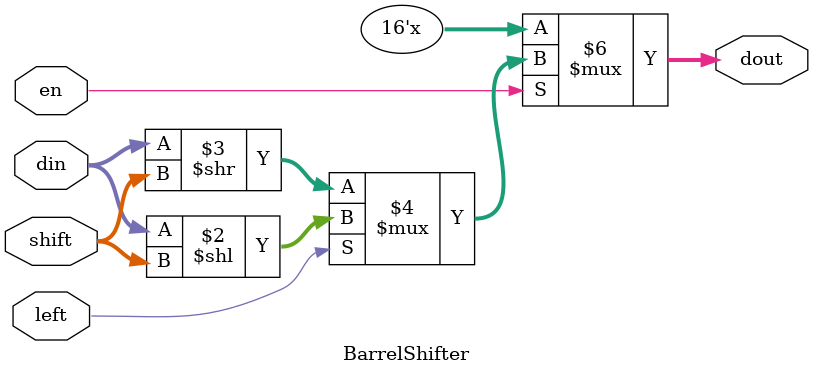
<source format=sv>
module BarrelShifter #(parameter SIZE=16, SHIFT_WIDTH=4) (
    input [SIZE-1:0] din,
    input [SHIFT_WIDTH-1:0] shift,
    input en, left,
    output reg [SIZE-1:0] dout
);
always @* if (en) 
    dout = left ? (din << shift) : (din >> shift);
endmodule

</source>
